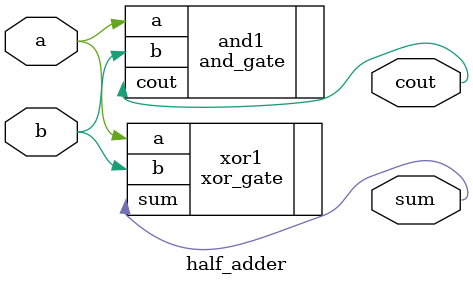
<source format=v>
module half_adder( 
input a, b,
output cout, sum );

wire w1, w2;

// The XOR gate is used to produce the sum.
xor_gate xor1( .a(a), .b(b), .sum(sum) );

// The AND gate is used to produce the carry-out.
and_gate and1( .a(a), .b(b), .cout(cout) );

endmodule

</source>
